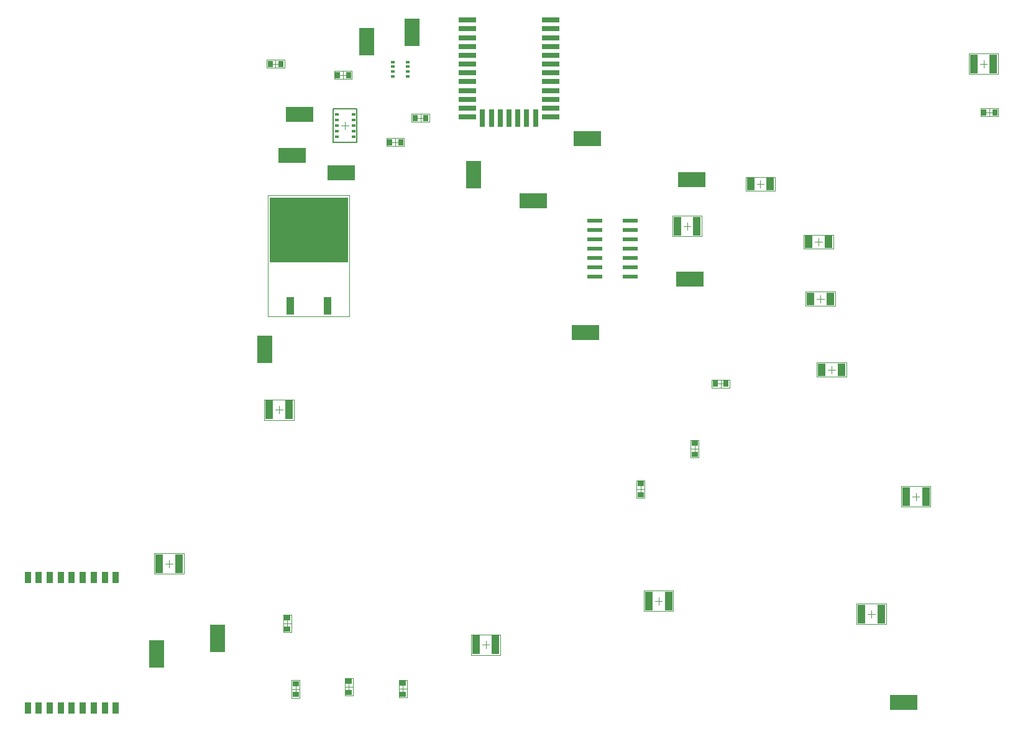
<source format=gtp>
G04*
G04 #@! TF.GenerationSoftware,Altium Limited,Altium Designer,18.0.11 (651)*
G04*
G04 Layer_Color=8421504*
%FSLAX25Y25*%
%MOIN*%
G70*
G01*
G75*
%ADD17C,0.00800*%
%ADD20C,0.00394*%
%ADD21R,0.02362X0.01575*%
%ADD22R,0.04331X0.10236*%
%ADD23R,0.03543X0.02756*%
%ADD24R,0.02756X0.03543*%
%ADD25R,0.03543X0.05847*%
%ADD26R,0.04134X0.09449*%
%ADD27R,0.41929X0.35039*%
%ADD28R,0.09449X0.03150*%
%ADD29R,0.03150X0.09449*%
%ADD30R,0.08100X0.02400*%
%ADD31R,0.14961X0.07992*%
%ADD32R,0.07992X0.14961*%
%ADD33R,0.04331X0.06693*%
%ADD34R,0.01968X0.01378*%
D17*
X319799Y429945D02*
Y448055D01*
X307201Y429945D02*
Y448055D01*
Y429945D02*
X319799D01*
X307201Y448055D02*
X319799D01*
D20*
X311531Y439000D02*
X315469D01*
X313500Y437032D02*
Y440969D01*
X211311Y198488D02*
Y209512D01*
X227059Y198488D02*
Y209512D01*
X211311D02*
X227059D01*
X211311Y198488D02*
X227059D01*
X217216Y204000D02*
X221153D01*
X219185Y202031D02*
Y205968D01*
X280335Y167276D02*
X284665D01*
X280335Y176724D02*
X284665D01*
X280335Y167276D02*
Y176724D01*
X284665Y167276D02*
Y176724D01*
X282500Y170130D02*
Y173870D01*
X280630Y172000D02*
X284370D01*
X284835Y131961D02*
X289165D01*
X284835Y141410D02*
X289165D01*
X284835Y131961D02*
Y141410D01*
X289165Y131961D02*
Y141410D01*
X287000Y134815D02*
Y138555D01*
X285130Y136685D02*
X288870D01*
X498835Y270224D02*
X503165D01*
X498835Y260776D02*
X503165D01*
Y270224D01*
X498835Y260776D02*
Y270224D01*
X501000Y263630D02*
Y267370D01*
X499130Y265500D02*
X502870D01*
X313335Y133276D02*
X317665D01*
X313335Y142724D02*
X317665D01*
X313335Y133276D02*
Y142724D01*
X317665Y133276D02*
Y142724D01*
X315500Y136130D02*
Y139870D01*
X313630Y138000D02*
X317370D01*
X469835Y239276D02*
X474165D01*
X469835Y248724D02*
X474165D01*
X469835Y239276D02*
Y248724D01*
X474165Y239276D02*
Y248724D01*
X472000Y242130D02*
Y245870D01*
X470130Y244000D02*
X473870D01*
X342335Y132276D02*
X346665D01*
X342335Y141724D02*
X346665D01*
X342335Y132276D02*
Y141724D01*
X346665Y132276D02*
Y141724D01*
X344500Y135130D02*
Y138870D01*
X342630Y137000D02*
X346370D01*
X654461Y443835D02*
Y448165D01*
X663909Y443835D02*
Y448165D01*
X654461D02*
X663909D01*
X654461Y443835D02*
X663909D01*
X657315Y446000D02*
X661055D01*
X659185Y444130D02*
Y447870D01*
X519724Y298335D02*
Y302665D01*
X510276Y298335D02*
Y302665D01*
Y298335D02*
X519724D01*
X510276Y302665D02*
X519724D01*
X513130Y300500D02*
X516870D01*
X515000Y298630D02*
Y302370D01*
X271591Y469835D02*
Y474165D01*
X281039Y469835D02*
Y474165D01*
X271591D02*
X281039D01*
X271591Y469835D02*
X281039D01*
X274445Y472000D02*
X278185D01*
X276315Y470130D02*
Y473870D01*
X345224Y427835D02*
Y432165D01*
X335776Y427835D02*
Y432165D01*
Y427835D02*
X345224D01*
X335776Y432165D02*
X345224D01*
X338630Y430000D02*
X342370D01*
X340500Y428130D02*
Y431870D01*
X307776Y463835D02*
Y468165D01*
X317224Y463835D02*
Y468165D01*
X307776D02*
X317224D01*
X307776Y463835D02*
X317224D01*
X310630Y466000D02*
X314370D01*
X312500Y464130D02*
Y467870D01*
X349276Y440835D02*
Y445165D01*
X358724Y440835D02*
Y445165D01*
X349276D02*
X358724D01*
X349276Y440835D02*
X358724D01*
X352130Y443000D02*
X355870D01*
X354000Y441130D02*
Y444870D01*
X270311Y280988D02*
Y292012D01*
X286059Y280988D02*
Y292012D01*
X270311D02*
X286059D01*
X270311Y280988D02*
X286059D01*
X276217Y286500D02*
X280153D01*
X278185Y284531D02*
Y288469D01*
X473811Y178488D02*
Y189512D01*
X489559Y178488D02*
Y189512D01*
X473811D02*
X489559D01*
X473811Y178488D02*
X489559D01*
X479716Y184000D02*
X483653D01*
X481685Y182032D02*
Y185968D01*
X587941Y171488D02*
Y182512D01*
X603689Y171488D02*
Y182512D01*
X587941D02*
X603689D01*
X587941Y171488D02*
X603689D01*
X593847Y177000D02*
X597784D01*
X595815Y175031D02*
Y178969D01*
X381126Y154988D02*
Y166012D01*
X396874Y154988D02*
Y166012D01*
X381126D02*
X396874D01*
X381126Y154988D02*
X396874D01*
X387032Y160500D02*
X390968D01*
X389000Y158531D02*
Y162469D01*
X648126Y466488D02*
Y477512D01*
X663874Y466488D02*
Y477512D01*
X648126D02*
X663874D01*
X648126Y466488D02*
X663874D01*
X654032Y472000D02*
X657969D01*
X656000Y470031D02*
Y473969D01*
X489126Y379488D02*
Y390512D01*
X504874Y379488D02*
Y390512D01*
X489126D02*
X504874D01*
X489126Y379488D02*
X504874D01*
X495031Y385000D02*
X498969D01*
X497000Y383032D02*
Y386968D01*
X611811Y234488D02*
Y245512D01*
X627559Y234488D02*
Y245512D01*
X611811D02*
X627559D01*
X611811Y234488D02*
X627559D01*
X617717Y240000D02*
X621654D01*
X619685Y238032D02*
Y241968D01*
X272150Y336543D02*
X315850D01*
X272150Y401504D02*
X315850D01*
X272150Y336543D02*
Y401504D01*
X315850Y336543D02*
Y401504D01*
X294000Y367055D02*
Y370992D01*
X292032Y369024D02*
X295969D01*
X566626Y304260D02*
Y311740D01*
X582374Y304260D02*
Y311740D01*
X566626D02*
X582374D01*
X566626Y304260D02*
X582374D01*
X572532Y308000D02*
X576469D01*
X574500Y306031D02*
Y309968D01*
X559626Y372760D02*
Y380240D01*
X575374Y372760D02*
Y380240D01*
X559626D02*
X575374D01*
X559626Y372760D02*
X575374D01*
X565531Y376500D02*
X569468D01*
X567500Y374532D02*
Y378468D01*
X560626Y342260D02*
Y349740D01*
X576374Y342260D02*
Y349740D01*
X560626D02*
X576374D01*
X560626Y342260D02*
X576374D01*
X566532Y346000D02*
X570469D01*
X568500Y344032D02*
Y347969D01*
X528441Y403760D02*
Y411240D01*
X544189Y403760D02*
Y411240D01*
X528441D02*
X544189D01*
X528441Y403760D02*
X544189D01*
X534346Y407500D02*
X538283D01*
X536315Y405532D02*
Y409469D01*
D21*
X318000Y433000D02*
D03*
X309000D02*
D03*
Y436000D02*
D03*
X318000Y439000D02*
D03*
X309000D02*
D03*
X318000Y442000D02*
D03*
X309000D02*
D03*
X318000Y445000D02*
D03*
X309000D02*
D03*
X318000Y436000D02*
D03*
D22*
X213870Y204000D02*
D03*
X224500D02*
D03*
X272870Y286500D02*
D03*
X283500D02*
D03*
X476370Y184000D02*
D03*
X487000D02*
D03*
X590500Y177000D02*
D03*
X601130D02*
D03*
X383685Y160500D02*
D03*
X394315D02*
D03*
X650685Y472000D02*
D03*
X661315D02*
D03*
X491685Y385000D02*
D03*
X502315D02*
D03*
X614370Y240000D02*
D03*
X625000D02*
D03*
D23*
X282500Y169047D02*
D03*
Y174953D02*
D03*
X287000Y133732D02*
D03*
Y139638D02*
D03*
X501000Y268453D02*
D03*
Y262547D02*
D03*
X315500Y135047D02*
D03*
Y140953D02*
D03*
X472000Y241047D02*
D03*
Y246953D02*
D03*
X344500Y134047D02*
D03*
Y139953D02*
D03*
D24*
X656232Y446000D02*
D03*
X662138D02*
D03*
X517953Y300500D02*
D03*
X512047D02*
D03*
X273362Y472000D02*
D03*
X279268D02*
D03*
X343453Y430000D02*
D03*
X337547D02*
D03*
X309547Y466000D02*
D03*
X315453D02*
D03*
X351047Y443000D02*
D03*
X356953D02*
D03*
D25*
X143332Y196510D02*
D03*
X149238D02*
D03*
X155143D02*
D03*
X161049D02*
D03*
X166954D02*
D03*
X172860D02*
D03*
X178765D02*
D03*
X184671D02*
D03*
X190576D02*
D03*
Y126490D02*
D03*
X184671D02*
D03*
X178765D02*
D03*
X172860D02*
D03*
X166954D02*
D03*
X161049D02*
D03*
X155143D02*
D03*
X149238D02*
D03*
X143332D02*
D03*
D26*
X284000Y342252D02*
D03*
X304000D02*
D03*
D27*
X294000Y383000D02*
D03*
D28*
X423744Y495484D02*
D03*
Y490760D02*
D03*
Y486035D02*
D03*
Y481311D02*
D03*
Y476587D02*
D03*
Y471862D02*
D03*
Y467138D02*
D03*
Y462413D02*
D03*
Y457689D02*
D03*
Y452965D02*
D03*
Y448240D02*
D03*
Y443516D02*
D03*
X379256D02*
D03*
Y448240D02*
D03*
Y452965D02*
D03*
Y457689D02*
D03*
Y462413D02*
D03*
Y467138D02*
D03*
Y471862D02*
D03*
Y476587D02*
D03*
Y481311D02*
D03*
Y486035D02*
D03*
Y490760D02*
D03*
Y495484D02*
D03*
D29*
X415673Y442925D02*
D03*
X410949D02*
D03*
X406224D02*
D03*
X401500D02*
D03*
X396776D02*
D03*
X392051D02*
D03*
X387327D02*
D03*
D30*
X466500Y388000D02*
D03*
Y383000D02*
D03*
Y378000D02*
D03*
Y373000D02*
D03*
Y368000D02*
D03*
Y363000D02*
D03*
Y358000D02*
D03*
X447600D02*
D03*
Y363000D02*
D03*
Y368000D02*
D03*
Y373000D02*
D03*
Y378000D02*
D03*
Y383000D02*
D03*
Y388000D02*
D03*
D31*
X613000Y129500D02*
D03*
X443500Y432000D02*
D03*
X311500Y413500D02*
D03*
X289000Y445000D02*
D03*
X285000Y423000D02*
D03*
X442500Y328000D02*
D03*
X414500Y398500D02*
D03*
X498500Y356500D02*
D03*
X499500Y410000D02*
D03*
D32*
X270500Y319000D02*
D03*
X325000Y484000D02*
D03*
X349500Y489000D02*
D03*
X245000Y164000D02*
D03*
X212500Y155500D02*
D03*
X382500Y412500D02*
D03*
D33*
X569185Y308000D02*
D03*
X579815D02*
D03*
X562185Y376500D02*
D03*
X572815D02*
D03*
X563185Y346000D02*
D03*
X573815D02*
D03*
X531000Y407500D02*
D03*
X541630D02*
D03*
D34*
X347071Y473000D02*
D03*
Y465323D02*
D03*
Y467882D02*
D03*
Y470441D02*
D03*
X339000Y465323D02*
D03*
Y473000D02*
D03*
Y470441D02*
D03*
Y467882D02*
D03*
M02*

</source>
